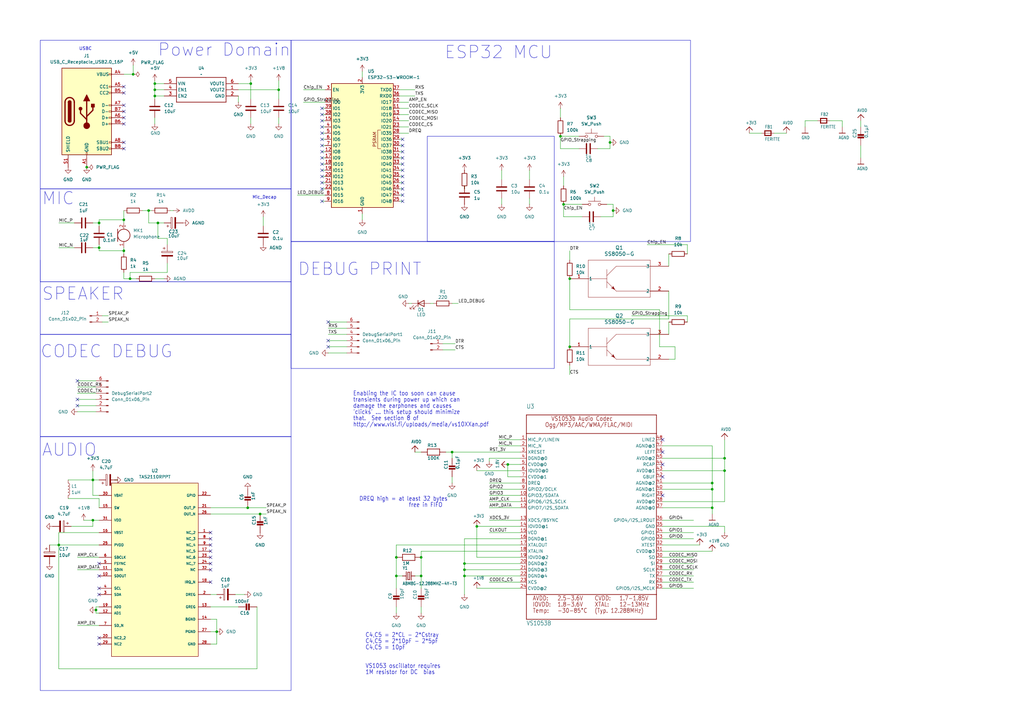
<source format=kicad_sch>
(kicad_sch (version 20231120) (generator "eeschema") (generator_version "8.0")
  (paper "A3")
  (junction (at 114.3 36.83))
  (junction (at 63.5 34.29))
  (junction (at 229.87 55.88))
  (junction (at 297.18 193.04))
  (junction (at 39.37 250.19))
  (junction (at 60.96 86.36))
  (junction (at 63.5 39.37))
  (junction (at 54.61 30.48))
  (junction (at 38.1 213.36))
  (junction (at 106.68 210.82))
  (junction (at 101.6 208.28))
  (junction (at 292.1 208.28))
  (junction (at 297.18 187.96))
  (junction (at 292.1 200.66))
  (junction (at 185.42 185.42))
  (junction (at 292.1 198.12))
  (junction (at 172.72 236.22))
  (junction (at 102.87 34.29))
  (junction (at 40.64 91.44))
  (junction (at 233.68 114.3))
  (junction (at 190.5 231.14))
  (junction (at 63.5 36.83))
  (junction (at 250.19 58.42))
  (junction (at 172.72 228.6))
  (junction (at 251.46 86.36))
  (junction (at 53.34 114.3))
  (junction (at 162.56 228.6))
  (junction (at 50.8 102.87))
  (junction (at 190.5 233.68))
  (junction (at 35.56 68.58))
  (junction (at 88.9 259.08))
  (junction (at 233.68 142.24))
  (junction (at 190.5 236.22))
  (junction (at 40.64 101.6))
  (junction (at 64.77 91.44))
  (junction (at 208.28 190.5))
  (junction (at 231.14 83.82))
  (junction (at 24.13 223.52))
  (junction (at 50.8 90.17))
  (junction (at 195.58 215.9))
  (junction (at 38.1 196.85))
  (junction (at 162.56 236.22))
  (no_connect (at 86.36 223.52))
  (no_connect (at 40.64 261.62))
  (no_connect (at 86.36 226.06))
  (no_connect (at 271.78 185.42))
  (no_connect (at 40.64 236.22))
  (no_connect (at 132.08 52.07))
  (no_connect (at 132.08 62.23))
  (no_connect (at 31.75 163.83))
  (no_connect (at 165.1 80.01))
  (no_connect (at 271.78 190.5))
  (no_connect (at 40.64 241.3))
  (no_connect (at 165.1 59.69))
  (no_connect (at 86.36 228.6))
  (no_connect (at 86.36 220.98))
  (no_connect (at 86.36 231.14))
  (no_connect (at 134.62 132.08))
  (no_connect (at 50.8 45.72))
  (no_connect (at 40.64 231.14))
  (no_connect (at 132.08 54.61))
  (no_connect (at 50.8 58.42))
  (no_connect (at 50.8 60.96))
  (no_connect (at 134.62 139.7))
  (no_connect (at 132.08 64.77))
  (no_connect (at 86.36 218.44))
  (no_connect (at 165.1 67.31))
  (no_connect (at 132.08 59.69))
  (no_connect (at 132.08 46.99))
  (no_connect (at 132.08 69.85))
  (no_connect (at 86.36 233.68))
  (no_connect (at 165.1 62.23))
  (no_connect (at 50.8 35.56))
  (no_connect (at 40.64 264.16))
  (no_connect (at 132.08 77.47))
  (no_connect (at 132.08 49.53))
  (no_connect (at 134.62 142.24))
  (no_connect (at 271.78 195.58))
  (no_connect (at 165.1 72.39))
  (no_connect (at 165.1 77.47))
  (no_connect (at 31.75 156.21))
  (no_connect (at 50.8 48.26))
  (no_connect (at 165.1 74.93))
  (no_connect (at 50.8 50.8))
  (no_connect (at 132.08 72.39))
  (no_connect (at 165.1 64.77))
  (no_connect (at 271.78 203.2))
  (no_connect (at 165.1 57.15))
  (no_connect (at 132.08 74.93))
  (no_connect (at 132.08 82.55))
  (no_connect (at 271.78 180.34))
  (no_connect (at 50.8 38.1))
  (no_connect (at 132.08 57.15))
  (no_connect (at 50.8 43.18))
  (no_connect (at 31.75 166.37))
  (no_connect (at 86.36 238.76))
  (no_connect (at 40.64 243.84))
  (no_connect (at 165.1 69.85))
  (no_connect (at 165.1 82.55))
  (no_connect (at 132.08 44.45))
  (no_connect (at 132.08 67.31))
  (wire (pts (xy 50.8 102.87) (xy 50.8 101.6)))
  (wire (pts (xy 185.42 185.42) (xy 185.42 187.96)) (stroke (width 0.1524)))
  (wire (pts (xy 245.11 60.96) (xy 250.19 60.96)))
  (wire (pts (xy 271.78 182.88) (xy 292.1 182.88)) (stroke (width 0.1524)))
  (wire (pts (xy 213.36 236.22) (xy 190.5 236.22)) (stroke (width 0.1524)))
  (wire (pts (xy 132.08 44.45) (xy 133.35 44.45)))
  (wire (pts (xy 68.58 107.95) (xy 68.58 111.76)))
  (wire (pts (xy 353.06 49.53) (xy 353.06 52.07)) (stroke (width 0.1524)))
  (wire (pts (xy 88.9 254) (xy 88.9 259.08)))
  (wire (pts (xy 271.78 200.66) (xy 292.1 200.66)) (stroke (width 0.1524)))
  (wire (pts (xy 132.08 72.39) (xy 133.35 72.39)))
  (wire (pts (xy 233.68 102.87) (xy 233.68 106.68)))
  (wire (pts (xy 233.68 130.81) (xy 274.32 130.81)))
  (wire (pts (xy 163.83 44.45) (xy 167.64 44.45)))
  (wire (pts (xy 38.1 196.85) (xy 38.1 203.2)))
  (wire (pts (xy 148.59 29.21) (xy 148.59 31.75)))
  (wire (pts (xy 271.78 236.22) (xy 284.48 236.22)) (stroke (width 0.1524)))
  (wire (pts (xy 50.8 90.17) (xy 50.8 91.44)))
  (wire (pts (xy 292.1 182.88) (xy 292.1 198.12)) (stroke (width 0.1524)))
  (wire (pts (xy 106.68 210.82) (xy 109.22 210.82)))
  (wire (pts (xy 24.13 91.44) (xy 30.48 91.44)))
  (wire (pts (xy 134.62 132.08) (xy 142.24 132.08)))
  (wire (pts (xy 163.83 72.39) (xy 165.1 72.39)))
  (wire (pts (xy 63.5 34.29) (xy 67.31 34.29)))
  (wire (pts (xy 163.83 46.99) (xy 167.64 46.99)))
  (wire (pts (xy 148.59 87.63) (xy 148.59 90.17)))
  (wire (pts (xy 163.83 64.77) (xy 165.1 64.77)))
  (wire (pts (xy 213.36 231.14) (xy 190.5 231.14)) (stroke (width 0.1524)))
  (wire (pts (xy 167.64 124.46) (xy 168.91 124.46)))
  (wire (pts (xy 53.34 111.76) (xy 68.58 111.76)))
  (wire (pts (xy 34.29 213.36) (xy 38.1 213.36)))
  (wire (pts (xy 213.36 238.76) (xy 200.66 238.76)) (stroke (width 0.1524)))
  (wire (pts (xy 40.64 91.44) (xy 40.64 90.17)))
  (wire (pts (xy 31.75 163.83) (xy 39.37 163.83)))
  (wire (pts (xy 250.19 58.42) (xy 250.19 55.88)))
  (wire (pts (xy 213.36 205.74) (xy 200.66 205.74)) (stroke (width 0.1524)))
  (wire (pts (xy 190.5 77.47) (xy 190.5 76.2)))
  (wire (pts (xy 24.13 101.6) (xy 30.48 101.6)))
  (wire (pts (xy 63.5 34.29) (xy 63.5 36.83)))
  (wire (pts (xy 297.18 193.04) (xy 297.18 205.74)) (stroke (width 0.1524)))
  (wire (pts (xy 297.18 187.96) (xy 297.18 193.04)) (stroke (width 0.1524)))
  (wire (pts (xy 40.64 101.6) (xy 40.64 102.87)))
  (wire (pts (xy 107.95 88.9) (xy 107.95 92.71)))
  (wire (pts (xy 38.1 215.9) (xy 38.1 213.36)))
  (wire (pts (xy 24.13 223.52) (xy 24.13 274.32)))
  (wire (pts (xy 229.87 55.88) (xy 229.87 60.96)))
  (wire (pts (xy 163.83 62.23) (xy 165.1 62.23)))
  (wire (pts (xy 114.3 48.26) (xy 114.3 50.8)))
  (wire (pts (xy 292.1 198.12) (xy 292.1 200.66)) (stroke (width 0.1524)))
  (wire (pts (xy 121.92 80.01) (xy 133.35 80.01)))
  (wire (pts (xy 31.75 156.21) (xy 39.37 156.21)))
  (wire (pts (xy 63.5 48.26) (xy 63.5 50.8)))
  (wire (pts (xy 101.6 208.28) (xy 109.22 208.28)))
  (wire (pts (xy 24.13 218.44) (xy 24.13 223.52)))
  (wire (pts (xy 60.96 86.36) (xy 60.96 91.44)))
  (wire (pts (xy 134.62 134.62) (xy 142.24 134.62)))
  (wire (pts (xy 27.94 204.47) (xy 40.64 204.47)))
  (wire (pts (xy 170.18 236.22) (xy 172.72 236.22)) (stroke (width 0.1524)))
  (wire (pts (xy 205.74 69.85) (xy 205.74 73.66)))
  (wire (pts (xy 88.9 259.08) (xy 88.9 264.16)))
  (wire (pts (xy 181.61 143.51) (xy 186.69 143.51)))
  (wire (pts (xy 50.8 86.36) (xy 50.8 90.17)))
  (wire (pts (xy 24.13 274.32) (xy 105.41 274.32)))
  (wire (pts (xy 20.32 223.52) (xy 24.13 223.52)))
  (wire (pts (xy 163.83 59.69) (xy 165.1 59.69)))
  (wire (pts (xy 132.08 64.77) (xy 133.35 64.77)))
  (wire (pts (xy 205.74 83.82) (xy 205.74 81.28)))
  (wire (pts (xy 250.19 55.88) (xy 247.65 55.88)))
  (wire (pts (xy 176.53 124.46) (xy 177.8 124.46)))
  (wire (pts (xy 213.36 198.12) (xy 200.66 198.12)) (stroke (width 0.1524)))
  (wire (pts (xy 63.5 114.3) (xy 67.31 114.3)))
  (wire (pts (xy 40.64 248.92) (xy 39.37 248.92)))
  (wire (pts (xy 190.5 236.22) (xy 190.5 243.84)) (stroke (width 0.1524)))
  (wire (pts (xy 213.36 233.68) (xy 190.5 233.68)) (stroke (width 0.1524)))
  (wire (pts (xy 40.64 102.87) (xy 50.8 102.87)))
  (wire (pts (xy 132.08 62.23) (xy 133.35 62.23)))
  (wire (pts (xy 163.83 67.31) (xy 165.1 67.31)))
  (wire (pts (xy 200.66 187.96) (xy 200.66 189.23)) (stroke (width 0.1524)))
  (wire (pts (xy 195.58 228.6) (xy 195.58 215.9)) (stroke (width 0.1524)))
  (wire (pts (xy 251.46 86.36) (xy 251.46 83.82)))
  (wire (pts (xy 132.08 77.47) (xy 133.35 77.47)))
  (wire (pts (xy 31.75 161.29) (xy 39.37 161.29)))
  (wire (pts (xy 353.06 59.69) (xy 353.06 64.77)) (stroke (width 0.1524)))
  (wire (pts (xy 345.44 49.53) (xy 345.44 52.07)) (stroke (width 0.1524)))
  (wire (pts (xy 97.79 36.83) (xy 114.3 36.83)))
  (wire (pts (xy 64.77 91.44) (xy 67.31 91.44)))
  (wire (pts (xy 86.36 248.92) (xy 97.79 248.92)))
  (wire (pts (xy 163.83 49.53) (xy 167.64 49.53)))
  (wire (pts (xy 63.5 33.02) (xy 63.5 34.29)))
  (wire (pts (xy 265.43 100.33) (xy 281.94 100.33)))
  (wire (pts (xy 163.83 54.61) (xy 167.64 54.61)))
  (wire (pts (xy 71.12 86.36) (xy 69.85 86.36)))
  (wire (pts (xy 162.56 223.52) (xy 162.56 228.6)) (stroke (width 0.1524)))
  (wire (pts (xy 114.3 33.02) (xy 114.3 36.83)))
  (wire (pts (xy 204.47 182.88) (xy 213.36 182.88)))
  (wire (pts (xy 41.91 129.54) (xy 44.45 129.54)))
  (wire (pts (xy 271.78 238.76) (xy 284.48 238.76)) (stroke (width 0.1524)))
  (wire (pts (xy 213.36 218.44) (xy 200.66 218.44)) (stroke (width 0.1524)))
  (wire (pts (xy 165.1 236.22) (xy 162.56 236.22)) (stroke (width 0.1524)))
  (wire (pts (xy 233.68 142.24) (xy 233.68 130.81)))
  (wire (pts (xy 68.58 100.33) (xy 68.58 97.79)))
  (wire (pts (xy 162.56 236.22) (xy 162.56 241.3)) (stroke (width 0.1524)))
  (wire (pts (xy 246.38 88.9) (xy 251.46 88.9)))
  (wire (pts (xy 86.36 210.82) (xy 106.68 210.82)))
  (wire (pts (xy 132.08 67.31) (xy 133.35 67.31)))
  (wire (pts (xy 132.08 57.15) (xy 133.35 57.15)))
  (wire (pts (xy 317.5 54.61) (xy 322.58 54.61)) (stroke (width 0.1524)))
  (wire (pts (xy 231.14 83.82) (xy 231.14 88.9)))
  (wire (pts (xy 271.78 228.6) (xy 284.48 228.6)) (stroke (width 0.1524)))
  (wire (pts (xy 172.72 236.22) (xy 172.72 241.3)) (stroke (width 0.1524)))
  (wire (pts (xy 229.87 55.88) (xy 237.49 55.88)))
  (wire (pts (xy 271.78 193.04) (xy 297.18 193.04)) (stroke (width 0.1524)))
  (wire (pts (xy 271.78 187.96) (xy 297.18 187.96)) (stroke (width 0.1524)))
  (wire (pts (xy 40.64 218.44) (xy 24.13 218.44)))
  (wire (pts (xy 259.08 129.54) (xy 281.94 129.54)))
  (wire (pts (xy 41.91 132.08) (xy 44.45 132.08)))
  (wire (pts (xy 163.83 57.15) (xy 165.1 57.15)))
  (wire (pts (xy 213.36 193.04) (xy 195.58 193.04)) (stroke (width 0.1524)))
  (wire (pts (xy 162.56 228.6) (xy 162.56 236.22)) (stroke (width 0.1524)))
  (wire (pts (xy 251.46 88.9) (xy 251.46 86.36)))
  (wire (pts (xy 86.36 254) (xy 88.9 254)))
  (wire (pts (xy 229.87 60.96) (xy 237.49 60.96)))
  (wire (pts (xy 102.87 48.26) (xy 102.87 50.8)))
  (wire (pts (xy 271.78 223.52) (xy 287.02 223.52)) (stroke (width 0.1524)))
  (wire (pts (xy 213.36 220.98) (xy 190.5 220.98)) (stroke (width 0.1524)))
  (wire (pts (xy 50.8 104.14) (xy 50.8 102.87)))
  (wire (pts (xy 40.64 92.71) (xy 40.64 91.44)))
  (wire (pts (xy 31.75 158.75) (xy 39.37 158.75)))
  (wire (pts (xy 63.5 36.83) (xy 67.31 36.83)))
  (wire (pts (xy 46.99 196.85) (xy 48.26 196.85)))
  (wire (pts (xy 63.5 39.37) (xy 63.5 40.64)))
  (wire (pts (xy 281.94 100.33) (xy 281.94 104.14)))
  (wire (pts (xy 40.64 90.17) (xy 50.8 90.17)))
  (wire (pts (xy 213.36 200.66) (xy 200.66 200.66)) (stroke (width 0.1524)))
  (wire (pts (xy 31.75 233.68) (xy 40.64 233.68)))
  (wire (pts (xy 233.68 149.86) (xy 233.68 153.67)))
  (wire (pts (xy 64.77 91.44) (xy 64.77 97.79)))
  (wire (pts (xy 271.78 208.28) (xy 292.1 208.28)) (stroke (width 0.1524)))
  (wire (pts (xy 134.62 144.78) (xy 142.24 144.78)))
  (wire (pts (xy 274.32 130.81) (xy 274.32 119.38)))
  (wire (pts (xy 208.28 195.58) (xy 208.28 190.5)) (stroke (width 0.1524)))
  (wire (pts (xy 40.64 196.85) (xy 38.1 196.85)))
  (wire (pts (xy 204.47 180.34) (xy 213.36 180.34)))
  (wire (pts (xy 231.14 88.9) (xy 238.76 88.9)))
  (wire (pts (xy 330.2 49.53) (xy 335.28 49.53)) (stroke (width 0.1524)))
  (wire (pts (xy 172.72 226.06) (xy 172.72 228.6)) (stroke (width 0.1524)))
  (wire (pts (xy 233.68 127) (xy 270.51 127)))
  (wire (pts (xy 271.78 226.06) (xy 292.1 226.06)) (stroke (width 0.1524)))
  (wire (pts (xy 271.78 220.98) (xy 284.48 220.98)) (stroke (width 0.1524)))
  (wire (pts (xy 40.64 101.6) (xy 40.64 100.33)))
  (wire (pts (xy 162.56 248.92) (xy 162.56 251.46)) (stroke (width 0.1524)))
  (wire (pts (xy 62.23 86.36) (xy 60.96 86.36)))
  (wire (pts (xy 213.36 241.3) (xy 195.58 241.3)) (stroke (width 0.1524)))
  (wire (pts (xy 132.08 74.93) (xy 133.35 74.93)))
  (wire (pts (xy 274.32 104.14) (xy 274.32 109.22)))
  (wire (pts (xy 213.36 190.5) (xy 208.28 190.5)) (stroke (width 0.1524)))
  (wire (pts (xy 271.78 198.12) (xy 292.1 198.12)) (stroke (width 0.1524)))
  (wire (pts (xy 276.86 142.24) (xy 276.86 147.32)))
  (wire (pts (xy 231.14 72.39) (xy 231.14 76.2)))
  (wire (pts (xy 60.96 91.44) (xy 64.77 91.44)))
  (wire (pts (xy 132.08 82.55) (xy 133.35 82.55)))
  (wire (pts (xy 31.75 166.37) (xy 39.37 166.37)))
  (wire (pts (xy 132.08 52.07) (xy 133.35 52.07)))
  (wire (pts (xy 213.36 185.42) (xy 185.42 185.42)) (stroke (width 0.1524)))
  (wire (pts (xy 97.79 39.37) (xy 97.79 41.91)))
  (wire (pts (xy 31.75 168.91) (xy 39.37 168.91)))
  (wire (pts (xy 29.21 215.9) (xy 38.1 215.9)))
  (wire (pts (xy 233.68 114.3) (xy 233.68 127)))
  (wire (pts (xy 213.36 187.96) (xy 200.66 187.96)) (stroke (width 0.1524)))
  (wire (pts (xy 132.08 59.69) (xy 133.35 59.69)))
  (wire (pts (xy 102.87 33.02) (xy 102.87 34.29)))
  (wire (pts (xy 213.36 223.52) (xy 162.56 223.52)) (stroke (width 0.1524)))
  (wire (pts (xy 190.5 220.98) (xy 190.5 231.14)) (stroke (width 0.1524)))
  (wire (pts (xy 132.08 54.61) (xy 133.35 54.61)))
  (wire (pts (xy 63.5 39.37) (xy 67.31 39.37)))
  (wire (pts (xy 31.75 256.54) (xy 40.64 256.54)))
  (wire (pts (xy 281.94 129.54) (xy 281.94 132.08)))
  (wire (pts (xy 163.83 80.01) (xy 165.1 80.01)))
  (wire (pts (xy 163.83 74.93) (xy 165.1 74.93)))
  (wire (pts (xy 40.64 251.46) (xy 39.37 251.46)))
  (wire (pts (xy 271.78 213.36) (xy 284.48 213.36)) (stroke (width 0.1524)))
  (wire (pts (xy 53.34 114.3) (xy 53.34 111.76)))
  (wire (pts (xy 132.08 69.85) (xy 133.35 69.85)))
  (wire (pts (xy 54.61 26.67) (xy 54.61 30.48)))
  (wire (pts (xy 124.46 36.83) (xy 133.35 36.83)))
  (wire (pts (xy 86.36 264.16) (xy 88.9 264.16)))
  (wire (pts (xy 24.13 223.52) (xy 40.64 223.52)))
  (wire (pts (xy 114.3 36.83) (xy 114.3 40.64)))
  (wire (pts (xy 39.37 248.92) (xy 39.37 250.19)))
  (wire (pts (xy 270.51 127) (xy 270.51 142.24)))
  (wire (pts (xy 217.17 83.82) (xy 217.17 81.28)))
  (wire (pts (xy 250.19 60.96) (xy 250.19 58.42)))
  (wire (pts (xy 292.1 200.66) (xy 292.1 208.28)) (stroke (width 0.1524)))
  (wire (pts (xy 134.62 139.7) (xy 142.24 139.7)))
  (wire (pts (xy 63.5 36.83) (xy 63.5 39.37)))
  (wire (pts (xy 134.62 137.16) (xy 142.24 137.16)))
  (wire (pts (xy 163.83 39.37) (xy 170.18 39.37)))
  (wire (pts (xy 163.83 52.07) (xy 167.64 52.07)))
  (wire (pts (xy 163.83 36.83) (xy 170.18 36.83)))
  (wire (pts (xy 213.36 208.28) (xy 200.66 208.28)) (stroke (width 0.1524)))
  (wire (pts (xy 276.86 147.32) (xy 274.32 147.32)))
  (wire (pts (xy 185.42 185.42) (xy 182.88 185.42)) (stroke (width 0.1524)))
  (wire (pts (xy 217.17 69.85) (xy 217.17 73.66)))
  (wire (pts (xy 292.1 208.28) (xy 292.1 210.82)) (stroke (width 0.1524)))
  (wire (pts (xy 38.1 193.04) (xy 38.1 196.85)))
  (wire (pts (xy 27.94 196.85) (xy 38.1 196.85)))
  (wire (pts (xy 132.08 46.99) (xy 133.35 46.99)))
  (wire (pts (xy 60.96 86.36) (xy 58.42 86.36)))
  (wire (pts (xy 163.83 82.55) (xy 165.1 82.55)))
  (wire (pts (xy 172.72 185.42) (xy 170.18 185.42)) (stroke (width 0.1524)))
  (wire (pts (xy 213.36 195.58) (xy 208.28 195.58)) (stroke (width 0.1524)))
  (wire (pts (xy 213.36 226.06) (xy 172.72 226.06)) (stroke (width 0.1524)))
  (wire (pts (xy 271.78 215.9) (xy 297.18 215.9)) (stroke (width 0.1524)))
  (wire (pts (xy 163.83 41.91) (xy 167.64 41.91)))
  (wire (pts (xy 132.08 49.53) (xy 133.35 49.53)))
  (wire (pts (xy 229.87 44.45) (xy 229.87 48.26)))
  (wire (pts (xy 172.72 248.92) (xy 172.72 251.46)) (stroke (width 0.1524)))
  (wire (pts (xy 340.36 49.53) (xy 345.44 49.53)) (stroke (width 0.1524)))
  (wire (pts (xy 39.37 251.46) (xy 39.37 250.19)))
  (wire (pts (xy 270.51 142.24) (xy 276.86 142.24)))
  (wire (pts (xy 31.75 228.6) (xy 40.64 228.6)))
  (wire (pts (xy 190.5 233.68) (xy 190.5 236.22)) (stroke (width 0.1524)))
  (wire (pts (xy 86.36 259.08) (xy 88.9 259.08)))
  (wire (pts (xy 271.78 241.3) (xy 284.48 241.3)) (stroke (width 0.1524)))
  (wire (pts (xy 297.18 215.9) (xy 297.18 218.44)) (stroke (width 0.1524)))
  (wire (pts (xy 251.46 83.82) (xy 248.92 83.82)))
  (wire (pts (xy 86.36 243.84) (xy 88.9 243.84)))
  (wire (pts (xy 271.78 218.44) (xy 284.48 218.44)) (stroke (width 0.1524)))
  (wire (pts (xy 297.18 180.34) (xy 297.18 187.96)) (stroke (width 0.1524)))
  (wire (pts (xy 213.36 228.6) (xy 195.58 228.6)) (stroke (width 0.1524)))
  (wire (pts (xy 190.5 231.14) (xy 190.5 233.68)) (stroke (width 0.1524)))
  (wire (pts (xy 50.8 111.76) (xy 50.8 114.3)))
  (wire (pts (xy 213.36 215.9) (xy 195.58 215.9)) (stroke (width 0.1524)))
  (wire (pts (xy 185.42 124.46) (xy 187.96 124.46)))
  (wire (pts (xy 53.34 114.3) (xy 55.88 114.3)))
  (wire (pts (xy 40.64 208.28) (xy 40.64 204.47)))
  (wire (pts (xy 185.42 195.58) (xy 185.42 198.12)) (stroke (width 0.1524)))
  (wire (pts (xy 307.34 54.61) (xy 312.42 54.61)) (stroke (width 0.1524)))
  (wire (pts (xy 96.52 243.84) (xy 100.33 243.84)))
  (wire (pts (xy 50.8 114.3) (xy 53.34 114.3)))
  (wire (pts (xy 38.1 203.2) (xy 40.64 203.2)))
  (wire (pts (xy 134.62 142.24) (xy 142.24 142.24)))
  (wire (pts (xy 54.61 30.48) (xy 50.8 30.48)))
  (wire (pts (xy 271.78 233.68) (xy 284.48 233.68)) (stroke (width 0.1524)))
  (wire (pts (xy 271.78 205.74) (xy 297.18 205.74)) (stroke (width 0.1524)))
  (wire (pts (xy 163.83 69.85) (xy 165.1 69.85)))
  (wire (pts (xy 38.1 91.44) (xy 40.64 91.44)))
  (wire (pts (xy 68.58 97.79) (xy 64.77 97.79)))
  (wire (pts (xy 330.2 52.07) (xy 330.2 49.53)) (stroke (width 0.1524)))
  (wire (pts (xy 124.46 41.91) (xy 133.35 41.91)))
  (wire (pts (xy 163.83 77.47) (xy 165.1 77.47)))
  (wire (pts (xy 102.87 34.29) (xy 102.87 40.64)))
  (wire (pts (xy 38.1 213.36) (xy 40.64 213.36)))
  (wire (pts (xy 271.78 231.14) (xy 284.48 231.14)) (stroke (width 0.1524)))
  (wire (pts (xy 274.32 132.08) (xy 274.32 137.16)))
  (wire (pts (xy 213.36 213.36) (xy 200.66 213.36)) (stroke (width 0.1524)))
  (wire (pts (xy 86.36 208.28) (xy 101.6 208.28)))
  (wire (pts (xy 97.79 34.29) (xy 102.87 34.29)))
  (wire (pts (xy 105.41 248.92) (xy 105.41 274.32)))
  (wire (pts (xy 231.14 83.82) (xy 238.76 83.82)))
  (wire (pts (xy 181.61 140.97) (xy 186.69 140.97)))
  (wire (pts (xy 38.1 101.6) (xy 40.64 101.6)))
  (wire (pts (xy 172.72 228.6) (xy 172.72 236.22)) (stroke (width 0.1524)))
  (wire (pts (xy 213.36 203.2) (xy 200.66 203.2)) (stroke (width 0.1524)))
  (rectangle (start 16.51 77.47) (end 119.38 115.57))
  (rectangle (start 16.51 179.07) (end 119.38 283.21))
  (rectangle (start 119.38 16.51) (end 283.21 99.06))
  (rectangle (start 16.51 115.57) (end 119.38 137.16))
  (rectangle (start 16.51 137.16) (end 119.38 179.07))
  (rectangle (start 16.51 16.51) (end 119.38 77.47))
  (rectangle (start 119.38 99.06) (end 227.33 151.13))
  (rectangle (start 175.26 55.88) (end 227.33 99.06))
  (rectangle (start 16.51 106.68) (end 16.51 115.57))
  (text "VS1053 oscillator requires" (at 149.86 274.32 0) (effects (font (size 1.778 1.5113)) (justify left bottom)))
  (text "SPEAKER" (at 34.036 120.65 0) (effects (font (size 5.08 5.08))))
  (text "AUDIO\n" (at 28.448 184.658 0) (effects (font (size 5.08 5.08))))
  (text "Mic_Decap" (at 108.458 81.026 0) (effects (font (size 1.27 1.27))))
  (text "Power Domain" (at 91.948 20.574 0) (effects (font (size 5.08 5.08))))
  (text "transients during power up which can" (at 144.78 165.1 0) (effects (font (size 1.778 1.5113)) (justify left bottom)))
  (text "DREQ high = at least 32 bytes" (at 147.32 205.74 0) (effects (font (size 1.778 1.5113)) (justify left bottom)))
  (text "C4,C5 = 2*CL - 2*Cstray" (at 149.86 261.62 0) (effects (font (size 1.778 1.5113)) (justify left bottom)))
  (text "Enabling the IC too soon can cause" (at 144.78 162.56 0) (effects (font (size 1.778 1.5113)) (justify left bottom)))
  (text "CODEC DEBUG" (at 43.688 144.272 0) (effects (font (size 5.08 5.08))))
  (text "USBC" (at 35.052 20.066 0) (effects (font (size 1.27 1.27))))
  (text "ESP32 MCU" (at 204.47 21.59 0) (effects (font (size 5.08 5.08))))
  (text "MIC" (at 23.876 81.534 0) (effects (font (size 5.08 5.08))))
  (text "1M resistor for DC  bias" (at 149.86 276.86 0) (effects (font (size 1.778 1.5113)) (justify left bottom)))
  (text "C4,C5 = 2*10pF - 2*5pF" (at 149.86 264.16 0) (effects (font (size 1.778 1.5113)) (justify left bottom)))
  (text "C4,C5 = 10pF" (at 149.86 266.7 0) (effects (font (size 1.778 1.5113)) (justify left bottom)))
  (text "'clicks' ... this setup should minimize" (at 144.78 170.18 0) (effects (font (size 1.778 1.5113)) (justify left bottom)))
  (text "free in FIFO" (at 167.64 208.28 0) (effects (font (size 1.778 1.5113)) (justify left bottom)))
  (text "DEBUG PRINT" (at 147.574 110.49 0) (effects (font (size 5.08 5.08))))
  (text "http://www.vlsi.fi/uploads/media/vs10XXan.pdf" (at 144.78 175.26 0) (effects (font (size 1.778 1.5113)) (justify left bottom)))
  (text "that.  See section 8 of" (at 144.78 172.72 0) (effects (font (size 1.778 1.5113)) (justify left bottom)))
  (text "damage the earphones and causes" (at 144.78 167.64 0) (effects (font (size 1.778 1.5113)) (justify left bottom)))
  (label "GPIO1" (at 274.32 218.44 0) (effects (font (size 1.2446 1.2446))))
  (label "GPIO2" (at 200.66 200.66 0) (effects (font (size 1.2446 1.2446))))
  (label "CODEC_MISO" (at 167.64 46.99 0))
  (label "DREQ" (at 200.66 198.12 0) (effects (font (size 1.2446 1.2446))))
  (label "CTS" (at 186.69 143.51 0))
  (label "DTR" (at 186.69 140.97 0))
  (label "CODEC_TX" (at 31.75 161.29 0))
  (label "CODEC_SCLK" (at 274.32 233.68 0) (effects (font (size 1.2446 1.2446))))
  (label "TXS" (at 170.18 39.37 0))
  (label "GPIO_Strapping" (at 229.87 58.42 0))
  (label "Chip_EN" (at 124.46 36.83 0))
  (label "CODEC_RX" (at 274.32 236.22 0) (effects (font (size 1.2446 1.2446))))
  (label "CODEC_TX" (at 274.32 238.76 0) (effects (font (size 1.2446 1.2446))))
  (label "AMP_CLK" (at 31.75 228.6 0) (effects (font (size 1.2446 1.2446))))
  (label "SPEAK_N" (at 44.45 132.08 0))
  (label "DREQ" (at 167.64 54.61 0))
  (label "XDCS_3V" (at 200.66 213.36 0) (effects (font (size 1.2446 1.2446))))
  (label "AMP_EN" (at 31.75 256.54 0))
  (label "CTS" (at 233.68 153.67 0))
  (label "MIC_P" (at 24.13 91.44 0))
  (label "LED_DEBUG" (at 121.92 80.01 0))
  (label "AMP_EN" (at 167.64 41.91 0))
  (label "RXS" (at 134.62 134.62 0))
  (label "GPIO3" (at 200.66 203.2 0) (effects (font (size 1.2446 1.2446))))
  (label "MIC_N" (at 24.13 101.6 0))
  (label "CODEC_MISO" (at 274.32 228.6 0) (effects (font (size 1.2446 1.2446))))
  (label "Chip_EN" (at 231.14 86.36 0))
  (label "CODEC_CS" (at 200.66 238.76 0) (effects (font (size 1.2446 1.2446))))
  (label "CODEC_SCLK" (at 167.64 44.45 0))
  (label "GPIO4" (at 274.32 213.36 0) (effects (font (size 1.2446 1.2446))))
  (label "GPIO_Strapping" (at 124.46 41.91 0))
  (label "Chip_EN" (at 265.43 100.33 0))
  (label "GPIO0" (at 274.32 220.98 0) (effects (font (size 1.2446 1.2446))))
  (label "CODEC_CS" (at 167.64 52.07 0))
  (label "RST_3V" (at 200.66 185.42 0) (effects (font (size 1.2446 1.2446))))
  (label "CODEC_MOSI" (at 274.32 231.14 0) (effects (font (size 1.2446 1.2446))))
  (label "LED_DEBUG" (at 187.96 124.46 0))
  (label "SPEAK_P" (at 44.45 129.54 0))
  (label "AMP_DATA" (at 200.66 208.28 0) (effects (font (size 1.2446 1.2446))))
  (label "MIC_N" (at 204.47 182.88 0) (effects (font (size 1.2446 1.2446))))
  (label "SPEAK_P" (at 109.22 208.28 0) (effects (font (size 1.2446 1.2446))))
  (label "DTR" (at 233.68 102.87 0))
  (label "CLKOUT" (at 200.66 218.44 0) (effects (font (size 1.2446 1.2446))))
  (label "TXS" (at 134.62 137.16 0))
  (label "RXS" (at 170.18 36.83 0))
  (label "GPIO5" (at 274.32 241.3 0) (effects (font (size 1.2446 1.2446))))
  (label "CODEC_MOSI" (at 167.64 49.53 0))
  (label "AMP_CLK" (at 200.66 205.74 0) (effects (font (size 1.2446 1.2446))))
  (label "MIC_P" (at 204.47 180.34 0) (effects (font (size 1.2446 1.2446))))
  (label "SPEAK_N" (at 109.22 210.82 0) (effects (font (size 1.2446 1.2446))))
  (label "AMP_DATA" (at 31.75 233.68 0) (effects (font (size 1.2446 1.2446))))
  (label "GPIO_Strapping" (at 259.08 129.54 0))
  (label "CODEC_RX" (at 31.75 158.75 0))
  (symbol (lib_id "Adafruit VS1053 Breakout-eagle-import:AVDD") (at 297.18 177.8 0) (unit 1)
    (property "Reference" "#U$014" (effects (hide yes)))
    (property "Value" "AVDD" (at 295.656 176.784 0) (effects (font (size 1.27 1.0795)) (justify left bottom)))
  )
  (symbol (lib_id "power:GND") (at 134.62 144.78 270) (unit 1)
    (property "Reference" "#PWR021" (effects (hide yes)))
    (property "Value" "GND" (at 130.81 144.7799 90) (effects (justify right)))
    (property "Description" "Power symbol creates a global label with name \"GND\" , ground" (effects (hide yes)))
  )
  (symbol (lib_id "power:GND") (at 27.94 68.58 0) (unit 1)
    (property "Reference" "#PWR02" (effects (hide yes)))
    (property "Value" "GND" (at 27.94 73.66 0))
    (property "Description" "Power symbol creates a global label with name \"GND\" , ground" (effects (hide yes)))
  )
  (symbol (lib_id "Adafruit VS1053 Breakout-eagle-import:AGND") (at 292.1 213.36 0) (unit 1)
    (property "Reference" "#U$012" (effects (hide yes)))
    (property "Value" "AGND" (at 290.576 215.9 0) (effects (font (size 1.27 1.0795)) (justify left bottom)))
  )
  (symbol (lib_id "Device:C") (at 241.3 60.96 90) (unit 1)
    (property "Reference" "C8" (at 241.554 65.786 90))
    (property "Value" "1u" (at 241.3 64.008 90))
    (property "Footprint" "Capacitor_SMD:C_0805_2012Metric_Pad1.18x1.45mm_HandSolder" (effects (hide yes)))
    (property "Description" "Unpolarized capacitor" (effects (hide yes)))
  )
  (symbol (lib_id "power:GND") (at 114.3 50.8 0) (unit 1)
    (property "Reference" "#PWR038" (effects (hide yes)))
    (property "Value" "GND" (at 114.3 55.88 0))
    (property "Description" "Power symbol creates a global label with name \"GND\" , ground" (effects (hide yes)))
  )
  (symbol (lib_id "Device:C") (at 114.3 44.45 0) (unit 1)
    (property "Reference" "C14" (at 118.11 43.1799 0) (effects (justify left)))
    (property "Value" "10uF" (at 118.11 45.7199 0) (effects (justify left)))
    (property "Footprint" "Capacitor_SMD:C_0805_2012Metric_Pad1.18x1.45mm_HandSolder" (effects (hide yes)))
    (property "Description" "Unpolarized capacitor" (effects (hide yes)))
  )
  (symbol (lib_id "power:PWR_FLAG") (at 35.56 68.58 270) (unit 1)
    (property "Reference" "#FLG03" (effects (hide yes)))
    (property "Value" "PWR_FLAG" (at 39.37 68.5799 90) (effects (justify left)))
    (property "Description" "Special symbol for telling ERC where power comes from" (effects (hide yes)))
  )
  (symbol (lib_id "power:GND") (at 39.37 250.19 270) (unit 1)
    (property "Reference" "#PWR043" (effects (hide yes)))
    (property "Value" "GND" (at 38.1 246.38 90))
    (property "Description" "Power symbol creates a global label with name \"GND\" , ground" (effects (hide yes)))
  )
  (symbol (lib_id "Device:C_Polarized") (at 44.45 196.85 90) (unit 1)
    (property "Reference" "C20" (at 43.561 189.23 90))
    (property "Value" "4.7uF" (at 43.561 191.77 90))
    (property "Footprint" "Capacitor_SMD:CP_Elec_5x5.4" (effects (hide yes)))
    (property "Description" "Polarized capacitor" (effects (hide yes)))
  )
  (symbol (lib_id "Device:R") (at 50.8 107.95 0) (unit 1)
    (property "Reference" "R4" (at 53.34 106.6799 0) (effects (justify left)))
    (property "Value" "1k" (at 53.34 109.2199 0) (effects (justify left)))
    (property "Footprint" "Capacitor_SMD:C_0805_2012Metric_Pad1.18x1.45mm_HandSolder" (effects (hide yes)))
    (property "Description" "Resistor" (effects (hide yes)))
  )
  (symbol (lib_id "Adafruit VS1053 Breakout-eagle-import:CAP_CERAMIC_0805MP") (at 101.6 205.74 0) (unit 1)
    (property "Reference" "C6" (at 99.81 205.2 90) (effects (justify left bottom)))
    (property "Value" "1nF" (at 104.6 205.2 90) (effects (justify left bottom)))
    (property "Footprint" "Capacitor_SMD:C_0805_2012Metric_Pad1.18x1.45mm_HandSolder" (effects (hide yes)))
  )
  (symbol (lib_id "Adafruit VS1053 Breakout-eagle-import:1.8V") (at 292.1 223.52 0) (unit 1)
    (property "Reference" "#U$013" (effects (hide yes)))
    (property "Value" "+1V8" (at 290.576 222.504 0) (effects (font (size 1.27 1.0795)) (justify left bottom)))
  )
  (symbol (lib_id "power:+3V3") (at 231.14 72.39 0) (unit 1)
    (property "Reference" "#PWR034" (effects (hide yes)))
    (property "Value" "+3V3" (at 231.14 67.31 0))
    (property "Description" "Power symbol creates a global label with name \"+3V3\"" (effects (hide yes)))
  )
  (symbol (lib_id "power:+3V3") (at 190.5 69.85 0) (unit 1)
    (property "Reference" "#PWR032" (effects (hide yes)))
    (property "Value" "+3V3" (at 190.5 64.77 0))
    (property "Description" "Power symbol creates a global label with name \"+3V3\"" (effects (hide yes)))
  )
  (symbol (lib_id "Device:LED") (at 172.72 124.46 0) (unit 1)
    (property "Reference" "D1" (at 172.72 127 0))
    (property "Value" "LED" (at 172.72 129.032 0))
    (property "Footprint" "LED_SMD:LED_0805_2012Metric_Pad1.15x1.40mm_HandSolder" (effects (hide yes)))
    (property "Description" "Light emitting diode" (effects (hide yes)))
  )
  (symbol (lib_id "Device:R") (at 229.87 52.07 0) (unit 1)
    (property "Reference" "R7" (at 232.41 50.7999 0) (effects (justify left)))
    (property "Value" "100k" (at 232.41 53.3399 0) (effects (justify left)))
    (property "Footprint" "Resistor_SMD:R_0805_2012Metric_Pad1.20x1.40mm_HandSolder" (effects (hide yes)))
    (property "Description" "Resistor" (effects (hide yes)))
  )
  (symbol (lib_id "Adafruit VS1053 Breakout-eagle-import:3.3V") (at 287.02 220.98 0) (unit 1)
    (property "Reference" "#U$011" (effects (hide yes)))
    (property "Value" "+3V3" (at 285.496 219.964 0) (effects (font (size 1.27 1.0795)) (justify left bottom)))
  )
  (symbol (lib_id "power:PWR_FLAG") (at 54.61 30.48 270) (unit 1)
    (property "Reference" "#FLG01" (effects (hide yes)))
    (property "Value" "PWR_FLAG" (at 57.658 25.654 90) (effects (justify left)))
    (property "Description" "Special symbol for telling ERC where power comes from" (effects (hide yes)))
  )
  (symbol (lib_id "power:GND") (at 74.93 91.44 90) (unit 1)
    (property "Reference" "#PWR046" (effects (hide yes)))
    (property "Value" "AGND" (at 78.74 91.4399 90) (effects (justify right)))
    (property "Description" "Power symbol creates a global label with name \"GND\" , ground" (effects (hide yes)))
  )
  (symbol (lib_id "Adafruit VS1053 Breakout-eagle-import:VREG_SOT23-6_DUALAP7312") (at 82.55 36.83 0) (unit 1)
    (property "Reference" "U4" (at 82.55 27.94 0) (effects (font (size 1.27 1.0795))))
    (property "Value" "~" (at 82.55 30.48 0) (effects (font (size 1.27 1.0795))))
    (property "Footprint" "regulator:TSOT-23-6_D6_MCH" (effects (hide yes)))
    (property "Description" "Dual Output SOT23-6 Linear Regulators\n\nDiodes Inc. AP7312 - Dual 150mA LDO Linear Regulator\n\n0.2V dropout, 150mA output, 2-6V Input\n\n• AP7312-1833W6-7 - 1.8V/3.3V SOT23-6 (Digikey: AP7312-1833W6-7DICT-ND)\n\nMIC5320 - Dual 150mA ULDO Linear Regulator\n\nUltra-low 35mV dropout at 150mA, 2.3-5.5V Input\n\n• 3.3V/1.8V SOT23-6 (Digikey: 576-1658-1-ND)\n• 3.3V/1.5V SOT23-6 (Digikey: 576-3483-1-ND)" (effects (hide yes)))
  )
  (symbol (lib_id "power:+3V3") (at 229.87 44.45 0) (unit 1)
    (property "Reference" "#PWR022" (effects (hide yes)))
    (property "Value" "+3V3" (at 229.87 39.37 0))
    (property "Description" "Power symbol creates a global label with name \"+3V3\"" (effects (hide yes)))
  )
  (symbol (lib_id "Device:R") (at 233.68 110.49 180) (unit 1)
    (property "Reference" "R10" (at 236.22 109.2199 0) (effects (justify right)))
    (property "Value" "10k" (at 236.22 111.7599 0) (effects (justify right)))
    (property "Footprint" "Resistor_SMD:R_0805_2012Metric_Pad1.20x1.40mm_HandSolder" (effects (hide yes)))
    (property "Description" "Resistor" (effects (hide yes)))
  )
  (symbol (lib_id "Connector:Conn_01x06_Pin") (at 147.32 139.7 180) (unit 1)
    (property "Reference" "DebugSerialPort1" (at 148.59 137.1599 0) (effects (justify right)))
    (property "Value" "Conn_01x06_Pin" (at 148.59 139.6999 0) (effects (justify right)))
    (property "Footprint" "Connector_PinHeader_2.54mm:PinHeader_1x06_P2.54mm_Vertical" (effects (hide yes)))
    (property "Description" "Generic connector, single row, 01x06, script generated" (effects (hide yes)))
  )
  (symbol (lib_id "Adafruit VS1053 Breakout-eagle-import:3.3V") (at 195.58 213.36 0) (unit 1)
    (property "Reference" "#U$07" (effects (hide yes)))
    (property "Value" "+3V3" (at 194.056 212.344 0) (effects (font (size 1.27 1.0795)) (justify left bottom)))
  )
  (symbol (lib_id "Device:C") (at 34.29 101.6 90) (unit 1)
    (property "Reference" "C22" (at 34.544 96.52 90))
    (property "Value" "1uF" (at 34.544 98.298 90))
    (property "Footprint" "Capacitor_SMD:C_0805_2012Metric_Pad1.18x1.45mm_HandSolder" (effects (hide yes)))
    (property "Description" "Unpolarized capacitor" (effects (hide yes)))
  )
  (symbol (lib_id "Device:C_Polarized") (at 20.32 227.33 0) (unit 1)
    (property "Reference" "C17" (at 24.13 225.1709 0) (effects (justify left)))
    (property "Value" "10uF" (at 24.13 227.7109 0) (effects (justify left)))
    (property "Footprint" "Capacitor_SMD:CP_Elec_6.3x5.4" (effects (hide yes)))
    (property "Description" "Polarized capacitor" (effects (hide yes)))
  )
  (symbol (lib_id "Adafruit VS1053 Breakout-eagle-import:RESISTOR_0805MP") (at 177.8 185.42 0) (unit 1)
    (property "Reference" "R13" (at 175.26 183.388 0) (effects (justify left bottom)))
    (property "Value" "100K" (at 175.26 188.595 0) (effects (justify left bottom)))
    (property "Footprint" "Resistor_SMD:R_0805_2012Metric_Pad1.20x1.40mm_HandSolder" (effects (hide yes)))
  )
  (symbol (lib_id "Device:R") (at 231.14 80.01 0) (unit 1)
    (property "Reference" "R6" (at 233.68 78.7399 0) (effects (justify left)))
    (property "Value" "100k" (at 233.68 81.2799 0) (effects (justify left)))
    (property "Footprint" "Resistor_SMD:R_0805_2012Metric_Pad1.20x1.40mm_HandSolder" (effects (hide yes)))
    (property "Description" "Resistor" (effects (hide yes)))
  )
  (symbol (lib_id "power:GND") (at 100.33 243.84 90) (unit 1)
    (property "Reference" "#PWR031" (effects (hide yes)))
    (property "Value" "GND" (at 103.632 243.84 90) (effects (justify right)))
    (property "Description" "Power symbol creates a global label with name \"GND\" , ground" (effects (hide yes)))
  )
  (symbol (lib_id "power:GND") (at 67.31 114.3 90) (unit 1)
    (property "Reference" "#PWR045" (effects (hide yes)))
    (property "Value" "AGND" (at 71.12 114.2999 90) (effects (justify right)))
    (property "Description" "Power symbol creates a global label with name \"GND\" , ground" (effects (hide yes)))
  )
  (symbol (lib_id "Adafruit VS1053 Breakout-eagle-import:FERRITE_0805MP") (at 337.82 49.53 0) (unit 1)
    (property "Reference" "FB2" (at 336.55 47.625 0) (effects (font (size 1.27 1.0795)) (justify left bottom)))
    (property "Value" "FERITTE" (at 336.55 52.705 0) (effects (font (size 1.27 1.0795)) (justify left bottom)))
    (property "Footprint" "Inductor_SMD:L_Walsin_WLFM201209x" (effects (hide yes)))
  )
  (symbol (lib_id "Switch:SW_Push") (at 242.57 55.88 0) (unit 1)
    (property "Reference" "SW3" (at 242.57 48.26 0))
    (property "Value" "SW_Push" (at 242.57 50.8 0))
    (property "Footprint" "Button_Switch_THT:SW_PUSH_6mm_H4.3mm" (effects (hide yes)))
    (property "Description" "Push button switch, generic, two pins" (effects (hide yes)))
  )
  (symbol (lib_id "power:GND") (at 101.6 200.66 180) (unit 1)
    (property "Reference" "#PWR07" (effects (hide yes)))
    (property "Value" "GND" (at 101.6 195.58 0))
    (property "Description" "Power symbol creates a global label with name \"GND\" , ground" (effects (hide yes)))
  )
  (symbol (lib_id "Device:R") (at 181.61 124.46 90) (unit 1)
    (property "Reference" "R1" (at 181.61 119.634 90))
    (property "Value" "220" (at 181.61 121.92 90))
    (property "Footprint" "Resistor_SMD:R_0805_2012Metric_Pad1.20x1.40mm_HandSolder" (effects (hide yes)))
    (property "Description" "Resistor" (effects (hide yes)))
  )
  (symbol (lib_id "Connector:Conn_01x02_Pin") (at 36.83 129.54 0) (unit 1)
    (property "Reference" "J12" (at 26.67 128.27 0))
    (property "Value" "Conn_01x02_Pin" (at 27.686 130.81 0))
    (property "Footprint" "Connector_PinHeader_1.00mm:PinHeader_1x02_P1.00mm_Vertical_SMD_Pin1Left" (effects (hide yes)))
    (property "Description" "Generic connector, single row, 01x02, script generated" (effects (hide yes)))
  )
  (symbol (lib_id "Adafruit VS1053 Breakout-eagle-import:CAP_CERAMIC_0805MP") (at 102.87 248.92 90) (unit 1)
    (property "Reference" "C16" (at 102.33 250.71 90) (effects (justify left bottom)))
    (property "Value" "100nF" (at 102.33 245.92 90) (effects (justify left bottom)))
    (property "Footprint" "Capacitor_SMD:C_0805_2012Metric_Pad1.18x1.45mm_HandSolder" (effects (hide yes)))
  )
  (symbol (lib_id "Adafruit VS1053 Breakout-eagle-import:VS1053B") (at 241.3 210.82 0) (unit 1)
    (property "Reference" "U3" (at 215.9 167.64 0) (effects (font (size 1.778 1.5113)) (justify left bottom)))
    (property "Value" "VS1053B" (at 215.9 256.54 0) (effects (font (size 1.778 1.5113)) (justify left bottom)))
    (property "Footprint" "codec:LQFP48-0.5-7X7MM" (effects (hide yes)))
  )
  (symbol (lib_id "Switch:SW_Push") (at 243.84 83.82 0) (unit 1)
    (property "Reference" "SW2" (at 243.84 76.2 0))
    (property "Value" "SW_Push" (at 243.84 78.74 0))
    (property "Footprint" "Button_Switch_THT:SW_PUSH_6mm_H4.3mm" (effects (hide yes)))
    (property "Description" "Push button switch, generic, two pins" (effects (hide yes)))
  )
  (symbol (lib_id "power:+3V3") (at 205.74 69.85 0) (unit 1)
    (property "Reference" "#PWR011" (effects (hide yes)))
    (property "Value" "+3V3" (at 205.74 64.77 0))
    (property "Description" "Power symbol creates a global label with name \"+3V3\"" (effects (hide yes)))
  )
  (symbol (lib_id "Device:R") (at 66.04 86.36 90) (unit 1)
    (property "Reference" "R14" (at 66.04 80.01 90))
    (property "Value" "1k" (at 66.04 82.55 90))
    (property "Footprint" "Capacitor_SMD:C_0805_2012Metric_Pad1.18x1.45mm_HandSolder" (effects (hide yes)))
    (property "Description" "Resistor" (effects (hide yes)))
  )
  (symbol (lib_id "power:+5V") (at 54.61 26.67 0) (unit 1)
    (property "Reference" "#PWR03" (effects (hide yes)))
    (property "Value" "+5V" (at 54.61 21.59 0))
    (property "Description" "Power symbol creates a global label with name \"+5V\"" (effects (hide yes)))
  )
  (symbol (lib_id "Adafruit VS1053 Breakout-eagle-import:CAP_CERAMIC_0805MP") (at 185.42 193.04 0) (unit 1)
    (property "Reference" "C11" (at 183.63 192.5 90) (effects (justify left bottom)))
    (property "Value" "0.1µF" (at 188.42 192.5 90) (effects (justify left bottom)))
    (property "Footprint" "Capacitor_SMD:C_0805_2012Metric_Pad1.18x1.45mm_HandSolder" (effects (hide yes)))
  )
  (symbol (lib_id "Device:C") (at 63.5 44.45 0) (unit 1)
    (property "Reference" "C12" (at 67.31 43.1799 0) (effects (justify left)))
    (property "Value" "10uF" (at 67.31 45.7199 0) (effects (justify left)))
    (property "Footprint" "Capacitor_SMD:C_0805_2012Metric_Pad1.18x1.45mm_HandSolder" (effects (hide yes)))
    (property "Description" "Unpolarized capacitor" (effects (hide yes)))
  )
  (symbol (lib_id "Custom:SS8050-G") (at 233.68 142.24 0) (unit 1)
    (property "Reference" "Q2" (at 254 129.54 0) (effects (font (size 1.524 1.524))))
    (property "Value" "SS8050-G" (at 254 132.08 0) (effects (font (size 1.524 1.524))))
    (property "Footprint" "transistor:TRAN_SS8050-G_CIP" (effects (hide yes)))
    (property "Datasheet" "SS8050-G" (effects (hide yes)))
  )
  (symbol (lib_id "Adafruit VS1053 Breakout-eagle-import:FERRITE_0805MP") (at 314.96 54.61 0) (unit 1)
    (property "Reference" "FB1" (at 313.69 52.705 0) (effects (font (size 1.27 1.0795)) (justify left bottom)))
    (property "Value" "FERITTE" (at 313.69 57.785 0) (effects (font (size 1.27 1.0795)) (justify left bottom)))
    (property "Footprint" "Inductor_SMD:L_Walsin_WLFM201209x" (effects (hide yes)))
  )
  (symbol (lib_id "power:GND") (at 63.5 50.8 0) (unit 1)
    (property "Reference" "#PWR05" (effects (hide yes)))
    (property "Value" "GND" (at 63.754 54.61 0))
    (property "Description" "Power symbol creates a global label with name \"GND\" , ground" (effects (hide yes)))
  )
  (symbol (lib_id "Device:C") (at 242.57 88.9 90) (unit 1)
    (property "Reference" "C7" (at 242.824 93.726 90))
    (property "Value" "1u" (at 242.57 91.948 90))
    (property "Footprint" "Capacitor_SMD:C_0805_2012Metric_Pad1.18x1.45mm_HandSolder" (effects (hide yes)))
    (property "Description" "Unpolarized capacitor" (effects (hide yes)))
  )
  (symbol (lib_id "power:GND") (at 107.95 100.33 0) (unit 1)
    (property "Reference" "#PWR012" (effects (hide yes)))
    (property "Value" "AGND" (at 110.49 101.5999 0) (effects (justify left)))
    (property "Description" "Power symbol creates a global label with name \"GND\" , ground" (effects (hide yes)))
  )
  (symbol (lib_id "Adafruit VS1053 Breakout-eagle-import:GND") (at 330.2 54.61 0) (unit 1)
    (property "Reference" "#U$04" (effects (hide yes)))
    (property "Value" "GND" (at 328.676 57.15 0) (effects (font (size 1.27 1.0795)) (justify left bottom)))
  )
  (symbol (lib_id "power:GND") (at 172.72 251.46 0) (unit 1)
    (property "Reference" "#PWR016" (effects (hide yes)))
    (property "Value" "GND" (at 172.72 256.54 0))
    (property "Description" "Power symbol creates a global label with name \"GND\" , ground" (effects (hide yes)))
  )
  (symbol (lib_id "power:+1V8") (at 114.3 33.02 0) (unit 1)
    (property "Reference" "#PWR040" (effects (hide yes)))
    (property "Value" "+1V8" (at 114.3 27.94 0))
    (property "Description" "Power symbol creates a global label with name \"+1V8\"" (effects (hide yes)))
  )
  (symbol (lib_id "Adafruit VS1053 Breakout-eagle-import:AVDD") (at 170.18 182.88 0) (unit 1)
    (property "Reference" "#U$02" (effects (hide yes)))
    (property "Value" "AVDD" (at 168.656 181.864 0) (effects (font (size 1.27 1.0795)) (justify left bottom)))
  )
  (symbol (lib_id "Device:C") (at 102.87 44.45 0) (unit 1)
    (property "Reference" "C13" (at 106.68 43.1799 0) (effects (justify left)))
    (property "Value" "10uF" (at 106.68 45.7199 0) (effects (justify left)))
    (property "Footprint" "Capacitor_SMD:C_0805_2012Metric_Pad1.18x1.45mm_HandSolder" (effects (hide yes)))
    (property "Description" "Unpolarized capacitor" (effects (hide yes)))
  )
  (symbol (lib_id "power:GND") (at 190.5 243.84 0) (unit 1)
    (property "Reference" "#PWR019" (effects (hide yes)))
    (property "Value" "GND" (at 190.5 248.92 0))
    (property "Description" "Power symbol creates a global label with name \"GND\" , ground" (effects (hide yes)))
  )
  (symbol (lib_id "Device:C") (at 34.29 91.44 90) (unit 1)
    (property "Reference" "C21" (at 34.29 83.82 90))
    (property "Value" "1uF" (at 34.29 86.36 90))
    (property "Footprint" "Capacitor_SMD:C_0805_2012Metric_Pad1.18x1.45mm_HandSolder" (effects (hide yes)))
    (property "Description" "Unpolarized capacitor" (effects (hide yes)))
  )
  (symbol (lib_id "Device:R") (at 190.5 73.66 0) (unit 1)
    (property "Reference" "R3" (at 193.04 72.3899 0) (effects (justify left)))
    (property "Value" "10k" (at 193.04 74.9299 0) (effects (justify left)))
    (property "Footprint" "Resistor_SMD:R_0805_2012Metric_Pad1.20x1.40mm_HandSolder" (effects (hide yes)))
    (property "Description" "Resistor" (effects (hide yes)))
  )
  (symbol (lib_id "power:GND") (at 88.9 259.08 90) (unit 1)
    (property "Reference" "#PWR018" (effects (hide yes)))
    (property "Value" "GND" (at 92.71 259.0799 90) (effects (justify right)))
    (property "Description" "Power symbol creates a global label with name \"GND\" , ground" (effects (hide yes)))
  )
  (symbol (lib_id "Connector:Conn_01x06_Pin") (at 44.45 163.83 180) (unit 1)
    (property "Reference" "DebugSerialPort2" (at 45.72 161.2899 0) (effects (justify right)))
    (property "Value" "Conn_01x06_Pin" (at 45.72 163.8299 0) (effects (justify right)))
    (property "Footprint" "Connector_PinHeader_2.54mm:PinHeader_1x06_P2.54mm_Vertical" (effects (hide yes)))
    (property "Description" "Generic connector, single row, 01x06, script generated" (effects (hide yes)))
  )
  (symbol (lib_id "power:GND") (at 167.64 124.46 270) (unit 1)
    (property "Reference" "#PWR013" (effects (hide yes)))
    (property "Value" "GND" (at 167.386 121.666 90) (effects (justify right)))
    (property "Description" "Power symbol creates a global label with name \"GND\" , ground" (effects (hide yes)))
  )
  (symbol (lib_id "power:GND") (at 250.19 58.42 90) (unit 1)
    (property "Reference" "#PWR036" (effects (hide yes)))
    (property "Value" "GND" (at 254 58.4199 90) (effects (justify right)))
    (property "Description" "Power symbol creates a global label with name \"GND\" , ground" (effects (hide yes)))
  )
  (symbol (lib_id "power:GND") (at 217.17 83.82 0) (unit 1)
    (property "Reference" "#PWR024" (effects (hide yes)))
    (property "Value" "GND" (at 217.17 88.9 0))
    (property "Description" "Power symbol creates a global label with name \"GND\" , ground" (effects (hide yes)))
  )
  (symbol (lib_id "Device:C_Polarized") (at 25.4 215.9 270) (unit 1)
    (property "Reference" "C19" (at 26.289 208.28 90))
    (property "Value" "4.7uF" (at 26.289 210.82 90))
    (property "Footprint" "Capacitor_SMD:CP_Elec_5x5.4" (effects (hide yes)))
    (property "Description" "Polarized capacitor" (effects (hide yes)))
  )
  (symbol (lib_id "Adafruit VS1053 Breakout-eagle-import:CAP_CERAMIC_0805MP") (at 172.72 246.38 0) (unit 1)
    (property "Reference" "C10" (at 170.93 245.84 90) (effects (justify left bottom)))
    (property "Value" "10pF" (at 175.72 245.84 90) (effects (justify left bottom)))
    (property "Footprint" "Capacitor_SMD:C_0805_2012Metric_Pad1.18x1.45mm_HandSolder" (effects (hide yes)))
  )
  (symbol (lib_id "power:GND") (at 21.59 215.9 270) (unit 1)
    (property "Reference" "#PWR041" (effects (hide yes)))
    (property "Value" "GND" (at 20.32 212.09 90))
    (property "Description" "Power symbol creates a global label with name \"GND\" , ground" (effects (hide yes)))
  )
  (symbol (lib_id "Connector:USB_C_Receptacle_USB2.0_16P") (at 35.56 45.72 0) (unit 1)
    (property "Reference" "J1" (at 35.56 22.86 0))
    (property "Value" "USB_C_Receptacle_USB2.0_16P" (at 35.56 25.4 0))
    (property "Footprint" "Connector_USB:USB_C_Receptacle_GCT_USB4085" (effects (hide yes)))
    (property "Datasheet" "https://www.usb.org/sites/default/files/documents/usb_type-c.zip" (effects (hide yes)))
    (property "Description" "USB 2.0-only 16P Type-C Receptacle connector" (effects (hide yes)))
  )
  (symbol (lib_id "Adafruit VS1053 Breakout-eagle-import:CAP_CERAMIC_0805MP") (at 162.56 246.38 0) (unit 1)
    (property "Reference" "C9" (at 160.77 245.84 90) (effects (justify left bottom)))
    (property "Value" "10pF" (at 165.56 245.84 90) (effects (justify left bottom)))
    (property "Footprint" "Capacitor_SMD:C_0805_2012Metric_Pad1.18x1.45mm_HandSolder" (effects (hide yes)))
  )
  (symbol (lib_id "Device:C") (at 40.64 96.52 0) (unit 1)
    (property "Reference" "C1" (at 43.688 96.266 0) (effects (justify left)))
    (property "Value" "0.1nF" (at 42.164 98.552 0) (effects (justify left)))
    (property "Footprint" "Capacitor_SMD:C_0805_2012Metric_Pad1.18x1.45mm_HandSolder" (effects (hide yes)))
    (property "Description" "Unpolarized capacitor" (effects (hide yes)))
  )
  (symbol (lib_id "Connector:Conn_01x02_Pin") (at 176.53 140.97 0) (unit 1)
    (property "Reference" "J11" (at 177.165 135.89 0))
    (property "Value" "Conn_01x02_Pin" (at 177.165 138.43 0))
    (property "Footprint" "Connector_PinHeader_2.54mm:PinHeader_1x02_P2.54mm_Vertical" (effects (hide yes)))
    (property "Description" "Generic connector, single row, 01x02, script generated" (effects (hide yes)))
  )
  (symbol (lib_id "Device:C") (at 107.95 96.52 0) (unit 1)
    (property "Reference" "C2" (at 111.76 95.2499 0) (effects (justify left)))
    (property "Value" "0.1u" (at 111.76 97.7899 0) (effects (justify left)))
    (property "Footprint" "Capacitor_SMD:C_0805_2012Metric_Pad1.18x1.45mm_HandSolder" (effects (hide yes)))
    (property "Description" "Unpolarized capacitor" (effects (hide yes)))
  )
  (symbol (lib_id "Device:R") (at 278.13 104.14 90) (unit 1)
    (property "Reference" "R8" (at 278.13 97.79 90))
    (property "Value" "10k" (at 278.13 100.33 90))
    (property "Footprint" "Resistor_SMD:R_0805_2012Metric_Pad1.20x1.40mm_HandSolder" (effects (hide yes)))
    (property "Description" "Resistor" (effects (hide yes)))
  )
  (symbol (lib_id "power:GND") (at 205.74 83.82 0) (unit 1)
    (property "Reference" "#PWR023" (effects (hide yes)))
    (property "Value" "GND" (at 205.74 88.9 0))
    (property "Description" "Power symbol creates a global label with name \"GND\" , ground" (effects (hide yes)))
  )
  (symbol (lib_id "Adafruit VS1053 Breakout-eagle-import:CAP_CERAMIC_0805MP") (at 106.68 215.9 0) (unit 1)
    (property "Reference" "C15" (at 104.89 215.36 90) (effects (justify left bottom)))
    (property "Value" "1nF" (at 109.68 215.36 90) (effects (justify left bottom)))
    (property "Footprint" "Capacitor_SMD:C_0805_2012Metric_Pad1.18x1.45mm_HandSolder" (effects (hide yes)))
  )
  (symbol (lib_id "power:GND") (at 162.56 251.46 0) (unit 1)
    (property "Reference" "#PWR015" (effects (hide yes)))
    (property "Value" "GND" (at 162.56 256.54 0))
    (property "Description" "Power symbol creates a global label with name \"GND\" , ground" (effects (hide yes)))
  )
  (symbol (lib_id "Device:C") (at 205.74 77.47 0) (unit 1)
    (property "Reference" "C3" (at 209.55 76.1999 0) (effects (justify left)))
    (property "Value" "10u" (at 209.55 78.7399 0) (effects (justify left)))
    (property "Footprint" "Capacitor_SMD:C_0805_2012Metric_Pad1.18x1.45mm_HandSolder" (effects (hide yes)))
    (property "Description" "Unpolarized capacitor" (effects (hide yes)))
  )
  (symbol (lib_id "power:GND") (at 148.59 90.17 0) (unit 1)
    (property "Reference" "#PWR027" (effects (hide yes)))
    (property "Value" "GND" (at 148.59 95.25 0))
    (property "Description" "Power symbol creates a global label with name \"GND\" , ground" (effects (hide yes)))
  )
  (symbol (lib_id "Device:R") (at 54.61 86.36 90) (unit 1)
    (property "Reference" "R2" (at 54.61 80.01 90))
    (property "Value" "1k" (at 54.61 82.55 90))
    (property "Footprint" "Capacitor_SMD:C_0805_2012Metric_Pad1.18x1.45mm_HandSolder" (effects (hide yes)))
    (property "Description" "Resistor" (effects (hide yes)))
  )
  (symbol (lib_id "Device:R") (at 278.13 132.08 90) (unit 1)
    (property "Reference" "R9" (at 278.13 125.73 90))
    (property "Value" "10k" (at 278.13 128.27 90))
    (property "Footprint" "Resistor_SMD:R_0805_2012Metric_Pad1.20x1.40mm_HandSolder" (effects (hide yes)))
    (property "Description" "Resistor" (effects (hide yes)))
  )
  (symbol (lib_id "power:GND") (at 251.46 86.36 90) (unit 1)
    (property "Reference" "#PWR035" (effects (hide yes)))
    (property "Value" "GND" (at 255.27 86.3599 90) (effects (justify right)))
    (property "Description" "Power symbol creates a global label with name \"GND\" , ground" (effects (hide yes)))
  )
  (symbol (lib_id "Adafruit VS1053 Breakout-eagle-import:3.3V") (at 195.58 190.5 0) (unit 1)
    (property "Reference" "#U$06" (effects (hide yes)))
    (property "Value" "+3V3" (at 194.056 189.484 0) (effects (font (size 1.27 1.0795)) (justify left bottom)))
  )
  (symbol (lib_id "power:GND") (at 190.5 83.82 0) (unit 1)
    (property "Reference" "#PWR025" (effects (hide yes)))
    (property "Value" "GND" (at 190.5 88.9 0))
    (property "Description" "Power symbol creates a global label with name \"GND\" , ground" (effects (hide yes)))
  )
  (symbol (lib_id "power:GND") (at 46.99 196.85 90) (unit 1)
    (property "Reference" "#PWR042" (effects (hide yes)))
    (property "Value" "GND" (at 50.8 196.8499 90) (effects (justify right)))
    (property "Description" "Power symbol creates a global label with name \"GND\" , ground" (effects (hide yes)))
  )
  (symbol (lib_id "Adafruit VS1053 Breakout-eagle-import:1.8V") (at 195.58 238.76 0) (unit 1)
    (property "Reference" "#U$08" (effects (hide yes)))
    (property "Value" "+1V8" (at 194.056 237.744 0) (effects (font (size 1.27 1.0795)) (justify left bottom)))
  )
  (symbol (lib_id "Custom:SS8050-G") (at 233.68 114.3 0) (unit 1)
    (property "Reference" "Q1" (at 254 101.6 0) (effects (font (size 1.524 1.524))))
    (property "Value" "SS8050-G" (at 254 104.14 0) (effects (font (size 1.524 1.524))))
    (property "Footprint" "transistor:TRAN_SS8050-G_CIP" (effects (hide yes)))
    (property "Datasheet" "SS8050-G" (effects (hide yes)))
  )
  (symbol (lib_id "Adafruit VS1053 Breakout-eagle-import:AVDD") (at 322.58 52.07 0) (unit 1)
    (property "Reference" "#U$03" (effects (hide yes)))
    (property "Value" "AVDD" (at 321.056 51.054 0) (effects (font (size 1.27 1.0795)) (justify left bottom)))
  )
  (symbol (lib_id "power:GND") (at 297.18 218.44 0) (unit 1)
    (property "Reference" "#PWR020" (effects (hide yes)))
    (property "Value" "GND" (at 297.18 223.52 0))
    (property "Description" "Power symbol creates a global label with name \"GND\" , ground" (effects (hide yes)))
  )
  (symbol (lib_id "power:GND") (at 31.75 168.91 270) (unit 1)
    (property "Reference" "#PWR08" (effects (hide yes)))
    (property "Value" "GND" (at 27.94 168.9099 90) (effects (justify right)))
    (property "Description" "Power symbol creates a global label with name \"GND\" , ground" (effects (hide yes)))
  )
  (symbol (lib_id "power:GND") (at 20.32 231.14 0) (unit 1)
    (property "Reference" "#PWR030" (effects (hide yes)))
    (property "Value" "GND" (at 20.32 236.22 0))
    (property "Description" "Power symbol creates a global label with name \"GND\" , ground" (effects (hide yes)))
  )
  (symbol (lib_id "Adafruit VS1053 Breakout-eagle-import:3.3V") (at 307.34 52.07 0) (unit 1)
    (property "Reference" "#U$01" (effects (hide yes)))
    (property "Value" "+3V3" (at 305.816 51.054 0) (effects (font (size 1.27 1.0795)) (justify left bottom)))
  )
  (symbol (lib_id "Device:L") (at 27.94 200.66 0) (unit 1)
    (property "Reference" "L1" (at 29.21 199.3899 0) (effects (justify left)))
    (property "Value" "1uH" (at 29.21 201.9299 0) (effects (justify left)))
    (property "Footprint" "Inductor_SMD:L_1210_3225Metric" (effects (hide yes)))
    (property "Description" "Inductor" (effects (hide yes)))
  )
  (symbol (lib_id "Device:C_Polarized") (at 71.12 91.44 90) (unit 1)
    (property "Reference" "C23" (at 71.12 94.996 90))
    (property "Value" "10uF" (at 71.374 96.774 90))
    (property "Footprint" "Capacitor_SMD:CP_Elec_6.3x5.4" (effects (hide yes)))
    (property "Description" "Polarized capacitor" (effects (hide yes)))
  )
  (symbol (lib_id "power:+3.3V") (at 38.1 193.04 0) (unit 1)
    (property "Reference" "#PWR010" (effects (hide yes)))
    (property "Value" "+3V3" (at 38.1 187.96 0))
    (property "Description" "Power symbol creates a global label with name \"+3.3V\"" (effects (hide yes)))
  )
  (symbol (lib_id "Adafruit VS1053 Breakout-eagle-import:CRYSTAL3.2X2.5") (at 167.64 236.22 0) (unit 1)
    (property "Reference" "Y1" (at 165.1 233.68 0) (effects (font (size 1.27 1.0795)) (justify left bottom)))
    (property "Value" "ABM8G-12.288MHZ-4Y-T3" (at 165.1 240.03 0) (effects (font (size 1.27 1.0795)) (justify left bottom)))
    (property "Footprint" "Crystal:Crystal_SMD_SeikoEpson_FA238-4Pin_3.2x2.5mm_HandSoldering" (effects (hide yes)))
  )
  (symbol (lib_id "power:GND") (at 97.79 41.91 0) (unit 1)
    (property "Reference" "#PWR06" (effects (hide yes)))
    (property "Value" "GND" (at 97.79 46.99 0))
    (property "Description" "Power symbol creates a global label with name \"GND\" , ground" (effects (hide yes)))
  )
  (symbol (lib_id "power:+5V") (at 63.5 33.02 0) (unit 1)
    (property "Reference" "#PWR04" (effects (hide yes)))
    (property "Value" "+5V" (at 63.5 27.94 0))
    (property "Description" "Power symbol creates a global label with name \"+5V\"" (effects (hide yes)))
  )
  (symbol (lib_id "Adafruit VS1053 Breakout-eagle-import:AGND") (at 345.44 54.61 0) (unit 1)
    (property "Reference" "#U$05" (effects (hide yes)))
    (property "Value" "AGND" (at 343.916 57.15 0) (effects (font (size 1.27 1.0795)) (justify left bottom)))
  )
  (symbol (lib_id "power:+3V3") (at 107.95 88.9 0) (unit 1)
    (property "Reference" "#PWR09" (effects (hide yes)))
    (property "Value" "+3V3" (at 107.95 83.82 0))
    (property "Description" "Power symbol creates a global label with name \"+3V3\"" (effects (hide yes)))
  )
  (symbol (lib_id "Device:R") (at 59.69 114.3 90) (unit 1)
    (property "Reference" "R5" (at 59.69 107.95 90))
    (property "Value" "1k" (at 59.69 110.49 90))
    (property "Footprint" "Capacitor_SMD:C_0805_2012Metric_Pad1.18x1.45mm_HandSolder" (effects (hide yes)))
    (property "Description" "Resistor" (effects (hide yes)))
  )
  (symbol (lib_id "Device:C") (at 190.5 80.01 0) (unit 1)
    (property "Reference" "C5" (at 194.31 78.7399 0) (effects (justify left)))
    (property "Value" "1u" (at 194.31 81.2799 0) (effects (justify left)))
    (property "Footprint" "Capacitor_SMD:C_0805_2012Metric_Pad1.18x1.45mm_HandSolder" (effects (hide yes)))
    (property "Description" "Unpolarized capacitor" (effects (hide yes)))
  )
  (symbol (lib_id "power:GND") (at 200.66 189.23 0) (unit 1)
    (property "Reference" "#PWR033" (effects (hide yes)))
    (property "Value" "GND" (at 200.66 194.31 0))
    (property "Description" "Power symbol creates a global label with name \"GND\" , ground" (effects (hide yes)))
  )
  (symbol (lib_id "power:+3V3") (at 217.17 69.85 0) (unit 1)
    (property "Reference" "#PWR014" (effects (hide yes)))
    (property "Value" "+3V3" (at 217.17 64.77 0))
    (property "Description" "Power symbol creates a global label with name \"+3V3\"" (effects (hide yes)))
  )
  (symbol (lib_id "RF_Module:ESP32-S3-WROOM-1") (at 148.59 59.69 0) (unit 1)
    (property "Reference" "U5" (at 150.7841 29.21 0) (effects (justify left)))
    (property "Value" "ESP32-S3-WROOM-1" (at 150.7841 31.75 0) (effects (justify left)))
    (property "Footprint" "RF_Module:ESP32-S3-WROOM-1" (effects (hide yes)))
    (property "Datasheet" "https://www.espressif.com/sites/default/files/documentation/esp32-s3-wroom-1_wroom-1u_datasheet_en.pdf" (effects (hide yes)))
    (property "Description" "RF Module, ESP32-S3 SoC, Wi-Fi 802.11b/g/n, Bluetooth, BLE, 32-bit, 3.3V, onboard antenna, SMD" (effects (hide yes)))
  )
  (symbol (lib_id "power:GND") (at 185.42 198.12 0) (unit 1)
    (property "Reference" "#PWR028" (effects (hide yes)))
    (property "Value" "GND" (at 185.42 203.2 0))
    (property "Description" "Power symbol creates a global label with name \"GND\" , ground" (effects (hide yes)))
  )
  (symbol (lib_id "Adafruit VS1053 Breakout-eagle-import:1.8V") (at 205.74 190.5 90) (unit 1)
    (property "Reference" "#U$010" (effects (hide yes)))
    (property "Value" "1.8V" (at 204.724 192.024 0) (effects (font (size 1.27 1.0795)) (justify left bottom)))
  )
  (symbol (lib_id "Amplifier_Audio:TAS2110RPPT") (at 63.5 233.68 0) (unit 1)
    (property "Reference" "U2" (at 63.5 193.04 0))
    (property "Value" "TAS2110RPPT" (at 63.5 195.58 0))
    (property "Footprint" "amp:RPP0032A" (effects (hide yes)))
    (property "MF" "Texas Instruments" (effects (hide yes)))
    (property "Description_1" "\n                        \n                            6.1W mono digital input Class-D speaker amp with integrated 11V Class-H boost\n                        \n" (effects (hide yes)))
    (property "Package" "VQFN-HR-32 Texas Instruments" (effects (hide yes)))
    (property "Price" "None" (effects (hide yes)))
    (property "Check_prices" "https://www.snapeda.com/parts/TAS2110RPPT/Texas+Instruments/view-part/?ref=eda" (effects (hide yes)))
    (property "VALUE" "Value" (effects (hide yes)))
    (property "SnapEDA_Link" "https://www.snapeda.com/parts/TAS2110RPPT/Texas+Instruments/view-part/?ref=snap" (effects (hide yes)))
    (property "MP" "TAS2110RPPT" (effects (hide yes)))
    (property "PARTNUMBER" "TAS2110RPP" (effects (hide yes)))
    (property "MANUFACTURER" "Texas Instruments" (effects (hide yes)))
    (property "TYPE" "TYPE" (effects (hide yes)))
    (property "Availability" "In Stock" (effects (hide yes)))
    (property "REFDES" "RefDes" (effects (hide yes)))
  )
  (symbol (lib_id "Device:Microphone") (at 50.8 96.52 0) (unit 1)
    (property "Reference" "MK1" (at 54.61 94.5514 0) (effects (justify left)))
    (property "Value" "Microphone" (at 54.61 97.0914 0) (effects (justify left)))
    (property "Footprint" "mic:MIC_CMA-4544PF-W" (effects (hide yes)))
    (property "Description" "Microphone" (effects (hide yes)))
  )
  (symbol (lib_id "Adafruit VS1053 Breakout-eagle-import:AGND") (at 353.06 67.31 0) (unit 1)
    (property "Reference" "#U$015" (effects (hide yes)))
    (property "Value" "AGND" (at 351.536 69.85 0) (effects (font (size 1.27 1.0795)) (justify left bottom)))
  )
  (symbol (lib_id "Device:R") (at 233.68 146.05 180) (unit 1)
    (property "Reference" "R11" (at 236.22 144.7799 0) (effects (justify right)))
    (property "Value" "10k" (at 236.22 147.3199 0) (effects (justify right)))
    (property "Footprint" "Resistor_SMD:R_0805_2012Metric_Pad1.20x1.40mm_HandSolder" (effects (hide yes)))
    (property "Description" "Resistor" (effects (hide yes)))
  )
  (symbol (lib_id "Device:C_Polarized") (at 68.58 104.14 0) (unit 1)
    (property "Reference" "C24" (at 74.676 103.886 0))
    (property "Value" "10uF" (at 74.93 105.918 0))
    (property "Footprint" "Capacitor_SMD:CP_Elec_6.3x5.4" (effects (hide yes)))
    (property "Description" "Polarized capacitor" (effects (hide yes)))
  )
  (symbol (lib_id "power:+3V3") (at 148.59 29.21 0) (unit 1)
    (property "Reference" "#PWR026" (effects (hide yes)))
    (property "Value" "+3V3" (at 148.59 24.13 0))
    (property "Description" "Power symbol creates a global label with name \"+3V3\"" (effects (hide yes)))
  )
  (symbol (lib_id "Adafruit VS1053 Breakout-eagle-import:AVDD") (at 353.06 46.99 0) (unit 1)
    (property "Reference" "#U$09" (effects (hide yes)))
    (property "Value" "AVDD" (at 351.536 45.974 0) (effects (font (size 1.27 1.0795)) (justify left bottom)))
  )
  (symbol (lib_id "power:+3V3") (at 71.12 86.36 270) (unit 1)
    (property "Reference" "#PWR044" (effects (hide yes)))
    (property "Value" "AVDD" (at 74.93 86.3599 90) (effects (justify left)))
    (property "Description" "Power symbol creates a global label with name \"+3V3\"" (effects (hide yes)))
  )
  (symbol (lib_id "power:GND") (at 35.56 68.58 0) (unit 1)
    (property "Reference" "#PWR01" (effects (hide yes)))
    (property "Value" "GND" (at 35.56 73.66 0))
    (property "Description" "Power symbol creates a global label with name \"GND\" , ground" (effects (hide yes)))
  )
  (symbol (lib_id "Adafruit VS1053 Breakout-eagle-import:CAP_CERAMIC_0805MP") (at 353.06 57.15 0) (unit 1)
    (property "Reference" "C25" (at 351.27 56.61 90) (effects (justify left bottom)))
    (property "Value" "0.1µF" (at 356.06 56.61 90) (effects (justify left bottom)))
    (property "Footprint" "Capacitor_SMD:C_0805_2012Metric_Pad1.18x1.45mm_HandSolder" (effects (hide yes)))
  )
  (symbol (lib_id "power:+3V3") (at 102.87 33.02 0) (unit 1)
    (property "Reference" "#PWR039" (effects (hide yes)))
    (property "Value" "+3V3" (at 102.87 27.94 0))
    (property "Description" "Power symbol creates a global label with name \"+3V3\"" (effects (hide yes)))
  )
  (symbol (lib_id "Adafruit VS1053 Breakout-eagle-import:RESISTOR_0805MP") (at 167.64 228.6 0) (unit 1)
    (property "Reference" "R12" (at 165.1 226.568 0) (effects (justify left bottom)))
    (property "Value" "1M" (at 165.1 231.775 0) (effects (justify left bottom)))
    (property "Footprint" "Resistor_SMD:R_0805_2012Metric_Pad1.20x1.40mm_HandSolder" (effects (hide yes)))
  )
  (symbol (lib_id "Device:C") (at 217.17 77.47 0) (unit 1)
    (property "Reference" "C4" (at 220.98 76.1999 0) (effects (justify left)))
    (property "Value" "0.1u" (at 220.98 78.7399 0) (effects (justify left)))
    (property "Footprint" "Capacitor_SMD:C_0805_2012Metric_Pad1.18x1.45mm_HandSolder" (effects (hide yes)))
    (property "Description" "Unpolarized capacitor" (effects (hide yes)))
  )
  (symbol (lib_id "Device:C_Polarized") (at 92.71 243.84 90) (unit 1)
    (property "Reference" "C18" (at 92.456 237.744 90))
    (property "Value" "1uF" (at 92.456 240.284 90))
    (property "Footprint" "Capacitor_SMD:CP_Elec_4x5.4" (effects (hide yes)))
    (property "Description" "Polarized capacitor" (effects (hide yes)))
  )
  (symbol (lib_id "power:GND") (at 102.87 50.8 0) (unit 1)
    (property "Reference" "#PWR037" (effects (hide yes)))
    (property "Value" "GND" (at 102.87 55.88 0))
    (property "Description" "Power symbol creates a global label with name \"GND\" , ground" (effects (hide yes)))
  )
  (symbol (lib_id "power:+1V8") (at 34.29 213.36 0) (unit 1)
    (property "Reference" "#PWR017" (effects (hide yes)))
    (property "Value" "+1V8" (at 34.29 208.28 0))
    (property "Description" "Power symbol creates a global label with name \"+1V8\"" (effects (hide yes)))
  )
  (symbol (lib_id "power:GND") (at 106.68 218.44 0) (unit 1)
    (property "Reference" "#PWR029" (effects (hide yes)))
    (property "Value" "GND" (at 106.68 223.52 0))
    (property "Description" "Power symbol creates a global label with name \"GND\" , ground" (effects (hide yes)))
  )
)
</source>
